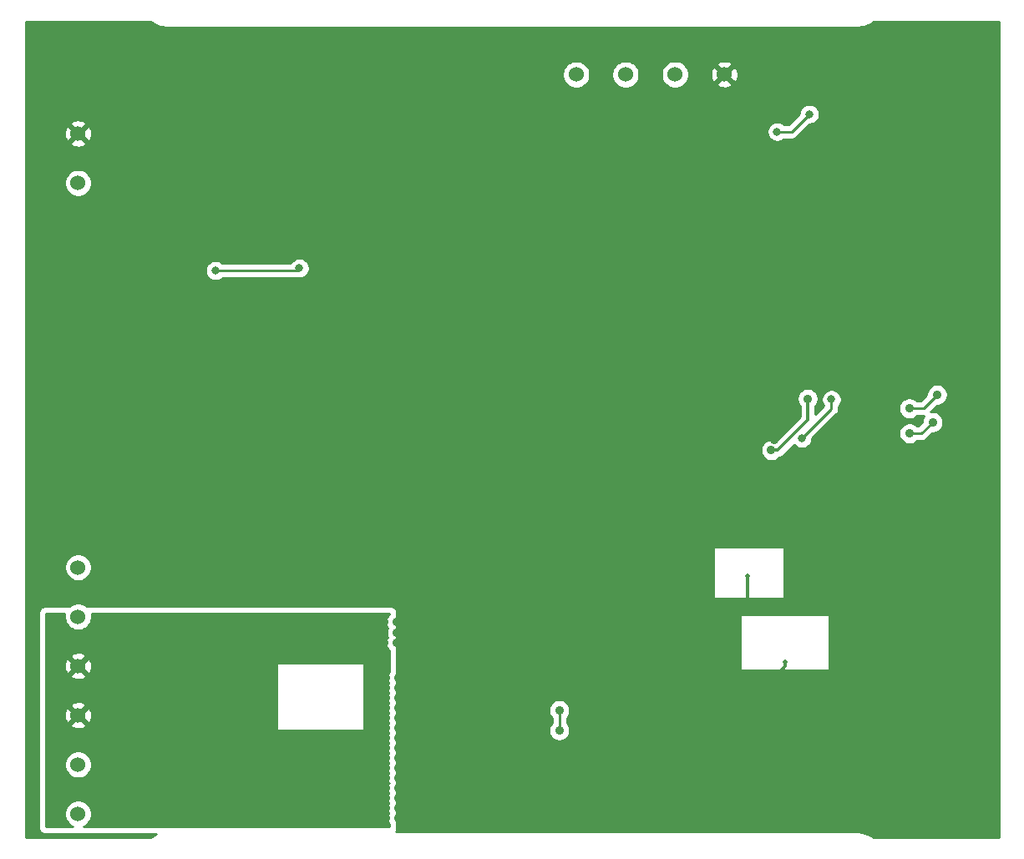
<source format=gbr>
G04 #@! TF.GenerationSoftware,KiCad,Pcbnew,5.1.5*
G04 #@! TF.CreationDate,2020-01-08T22:08:46+02:00*
G04 #@! TF.ProjectId,proto_II_assembly,70726f74-6f5f-4494-995f-617373656d62,rev?*
G04 #@! TF.SameCoordinates,Original*
G04 #@! TF.FileFunction,Copper,L2,Bot*
G04 #@! TF.FilePolarity,Positive*
%FSLAX46Y46*%
G04 Gerber Fmt 4.6, Leading zero omitted, Abs format (unit mm)*
G04 Created by KiCad (PCBNEW 5.1.5) date 2020-01-08 22:08:46*
%MOMM*%
%LPD*%
G04 APERTURE LIST*
G04 #@! TA.AperFunction,ComponentPad*
%ADD10C,1.524000*%
G04 #@! TD*
G04 #@! TA.AperFunction,ViaPad*
%ADD11C,0.900000*%
G04 #@! TD*
G04 #@! TA.AperFunction,ViaPad*
%ADD12C,0.800000*%
G04 #@! TD*
G04 #@! TA.AperFunction,ViaPad*
%ADD13C,0.500000*%
G04 #@! TD*
G04 #@! TA.AperFunction,Conductor*
%ADD14C,0.300000*%
G04 #@! TD*
G04 #@! TA.AperFunction,Conductor*
%ADD15C,0.250000*%
G04 #@! TD*
G04 #@! TA.AperFunction,Conductor*
%ADD16C,0.254000*%
G04 #@! TD*
G04 APERTURE END LIST*
D10*
G04 #@! TO.P,J2,2*
G04 #@! TO.N,/I2C1_SDA*
X99500000Y-45507800D03*
G04 #@! TO.P,J2,1*
G04 #@! TO.N,/I2C1_SCL*
X94500000Y-45507800D03*
G04 #@! TD*
G04 #@! TO.P,J7,2*
G04 #@! TO.N,GNDD*
X44000000Y-105500000D03*
G04 #@! TO.P,J7,1*
X44000000Y-110500000D03*
G04 #@! TD*
G04 #@! TO.P,J6,2*
G04 #@! TO.N,/RS485_B*
X44000000Y-115500000D03*
G04 #@! TO.P,J6,1*
X44000000Y-120500000D03*
G04 #@! TD*
G04 #@! TO.P,J5,2*
G04 #@! TO.N,/RS485_A*
X44000000Y-95500000D03*
G04 #@! TO.P,J5,1*
X44000000Y-100500000D03*
G04 #@! TD*
G04 #@! TO.P,J4,2*
G04 #@! TO.N,GND*
X44000000Y-51500000D03*
G04 #@! TO.P,J4,1*
G04 #@! TO.N,/power/Vin*
X44000000Y-56500000D03*
G04 #@! TD*
G04 #@! TO.P,J3,2*
G04 #@! TO.N,GND*
X109500000Y-45495100D03*
G04 #@! TO.P,J3,1*
G04 #@! TO.N,+5V*
X104500000Y-45495100D03*
G04 #@! TD*
D11*
G04 #@! TO.N,GND*
X76276200Y-101015800D03*
X76301600Y-102108000D03*
X76276200Y-103174800D03*
X60960000Y-76200000D03*
X68580000Y-76200000D03*
X76200000Y-76200000D03*
X45720000Y-76200000D03*
X76454000Y-108712000D03*
X76454000Y-109728000D03*
X76454000Y-110744000D03*
X76454000Y-111760000D03*
X76454000Y-112776000D03*
X76454000Y-114808000D03*
X76454000Y-116840000D03*
X76454000Y-118872000D03*
X76454000Y-120904000D03*
X76454000Y-106680000D03*
X76454000Y-107696000D03*
X100838000Y-74930000D03*
X102362000Y-74930000D03*
X104648000Y-74930000D03*
X107188000Y-74930000D03*
X112776000Y-75184000D03*
X121158000Y-74930000D03*
X123698000Y-75184000D03*
X114554000Y-82550000D03*
X109982000Y-88138000D03*
X113284000Y-86868000D03*
X127602800Y-93815600D03*
X83667600Y-61112400D03*
X78232000Y-63093600D03*
X115671600Y-74828400D03*
X55499000Y-75946000D03*
X53340000Y-75946000D03*
D12*
X55880000Y-43180000D03*
D11*
X60960000Y-43180000D03*
X66040000Y-43180000D03*
X71120000Y-43180000D03*
X76200000Y-43180000D03*
X81280000Y-43180000D03*
X86360000Y-43180000D03*
X127000000Y-53340000D03*
X132080000Y-58420000D03*
X45720000Y-81280000D03*
X53340000Y-81280000D03*
X60960000Y-81280000D03*
X68580000Y-81280000D03*
X76200000Y-81280000D03*
X45720000Y-86360000D03*
X53340000Y-86360000D03*
X60960000Y-86360000D03*
X76200000Y-86360000D03*
X76200000Y-91440000D03*
X68580000Y-91440000D03*
X60960000Y-91440000D03*
X134620000Y-111760000D03*
X129540000Y-111760000D03*
X124460000Y-111760000D03*
X124460000Y-116840000D03*
X129540000Y-116840000D03*
X134620000Y-116840000D03*
X134620000Y-121920000D03*
X129540000Y-121920000D03*
X124460000Y-121920000D03*
X119380000Y-121920000D03*
X119380000Y-116840000D03*
X83820000Y-81280000D03*
X83820000Y-86360000D03*
X83820000Y-91440000D03*
X83820000Y-76200000D03*
X83820000Y-71120000D03*
X88900000Y-71120000D03*
X93980000Y-71120000D03*
X93980000Y-66040000D03*
X53340000Y-91440000D03*
X45720000Y-91440000D03*
D12*
X68580000Y-96520000D03*
X60960000Y-96520000D03*
X76200000Y-96520000D03*
X83820000Y-96520000D03*
D11*
X117090640Y-74469440D03*
X126552122Y-78853848D03*
X125015034Y-80390936D03*
D12*
X97790000Y-76200000D03*
X97790000Y-81280000D03*
X109220000Y-53340000D03*
X114300000Y-53340000D03*
X96520000Y-50800000D03*
X88900000Y-53340000D03*
X86360000Y-55880000D03*
X134620000Y-106680000D03*
X50800000Y-43180000D03*
X45720000Y-43180000D03*
X40640000Y-43180000D03*
D11*
X99314000Y-59182000D03*
G04 #@! TO.N,+3V3*
X117957600Y-78384400D03*
X114274055Y-83613794D03*
G04 #@! TO.N,GNDD*
X75184000Y-107696000D03*
X75184000Y-108712000D03*
X75184000Y-109728000D03*
X75184000Y-110744000D03*
X75184000Y-111760000D03*
X75184000Y-112776000D03*
X75184000Y-114808000D03*
X75184000Y-116840000D03*
X75184000Y-118872000D03*
X75184000Y-120904000D03*
X75184000Y-106680000D03*
D12*
G04 #@! TO.N,/I2C1_SCL*
X120367713Y-78461851D03*
G04 #@! TO.N,/MODBUS_A7*
X114854587Y-51308000D03*
X118110000Y-49530000D03*
D13*
G04 #@! TO.N,GND*
X116000000Y-99000000D03*
X108000000Y-99000000D03*
X110000000Y-99000000D03*
X112000000Y-99000000D03*
X114000000Y-99000000D03*
X116000000Y-97000000D03*
X116000000Y-95000000D03*
X116000000Y-93000000D03*
X108000000Y-93000000D03*
X110000000Y-93000000D03*
X112000000Y-93000000D03*
X108000000Y-95000000D03*
X108000000Y-97000000D03*
X111900000Y-96400000D03*
X120750000Y-99000000D03*
X120750000Y-101000000D03*
X120750000Y-102750000D03*
X120750000Y-106250000D03*
X110750000Y-105000000D03*
X110750000Y-103250000D03*
X110750000Y-101500000D03*
X112000000Y-100000000D03*
X114000000Y-100000000D03*
X116000000Y-100000000D03*
X117000000Y-97000000D03*
X117000000Y-99000000D03*
X120750000Y-104500000D03*
X110750000Y-106250000D03*
X112750000Y-106250000D03*
X115000000Y-106250000D03*
X117000000Y-106250000D03*
X118750000Y-106250000D03*
X110750000Y-100000000D03*
X120750000Y-97000000D03*
X120750000Y-95000000D03*
X119500000Y-95000000D03*
X117000000Y-95000000D03*
X115700000Y-105100000D03*
D11*
X104450936Y-89783474D03*
X131699000Y-94742000D03*
X103784400Y-88354210D03*
X76454000Y-113792000D03*
X76454000Y-115824000D03*
X76454000Y-117919500D03*
X76454000Y-119888000D03*
X88102440Y-107081320D03*
X128905000Y-83820000D03*
X80766914Y-120296947D03*
X119380000Y-111760000D03*
X86360000Y-114300000D03*
X91440000Y-114300000D03*
X91440000Y-118110000D03*
X86360000Y-118110000D03*
X91440000Y-109220000D03*
X91440000Y-104140000D03*
X88900000Y-76200000D03*
X88900000Y-81280000D03*
X88900000Y-86360000D03*
X88900000Y-91440000D03*
X88900000Y-66040000D03*
X83820000Y-66040000D03*
X135890000Y-104140000D03*
X135890000Y-99060000D03*
X135890000Y-93980000D03*
X135890000Y-88900000D03*
X135890000Y-83820000D03*
X135890000Y-78740000D03*
X135890000Y-73660000D03*
X135890000Y-68580000D03*
X135890000Y-63500000D03*
X135890000Y-58420000D03*
X135890000Y-53340000D03*
X132080000Y-53340000D03*
X110490000Y-113030000D03*
X109220000Y-113030000D03*
X106680000Y-93980000D03*
X106680000Y-96520000D03*
X122174000Y-97790000D03*
X50800000Y-53340000D03*
X50800000Y-58420000D03*
X50800000Y-48260000D03*
X45720000Y-48260000D03*
X40640000Y-48260000D03*
X71120000Y-48260000D03*
X76200000Y-48260000D03*
X81280000Y-48260000D03*
X86360000Y-48260000D03*
X81280000Y-53340000D03*
X88900000Y-96520000D03*
X114300000Y-116840000D03*
X135890000Y-48260000D03*
X132080000Y-48260000D03*
X127000000Y-48260000D03*
X121920000Y-48260000D03*
X121920000Y-43180000D03*
X127000000Y-43180000D03*
X132080000Y-43180000D03*
X135890000Y-43180000D03*
X116840000Y-43180000D03*
X116840000Y-48260000D03*
X39370000Y-99060000D03*
X39370000Y-102870000D03*
X39370000Y-107950000D03*
X39370000Y-113030000D03*
X39370000Y-118110000D03*
X39370000Y-121920000D03*
X39370000Y-91440000D03*
X39370000Y-86360000D03*
X39370000Y-81280000D03*
X39370000Y-76200000D03*
X39370000Y-69850000D03*
X39370000Y-64770000D03*
X39370000Y-58420000D03*
X39370000Y-53340000D03*
X121920000Y-53340000D03*
X130810000Y-62230000D03*
X132080000Y-72390000D03*
X128270000Y-74930000D03*
G04 #@! TO.N,GNDD*
X75184000Y-113792000D03*
X75184000Y-115824000D03*
X75184000Y-117856000D03*
X75184000Y-119888000D03*
X62865000Y-118745000D03*
X62865000Y-116840000D03*
X60960000Y-116840000D03*
X64770000Y-116840000D03*
X64770000Y-118745000D03*
X60960000Y-114935000D03*
X60960000Y-113030000D03*
X60960000Y-111125000D03*
X60960000Y-109220000D03*
X60960000Y-107315000D03*
X67310000Y-104140000D03*
X69215000Y-104140000D03*
X71120000Y-104140000D03*
X64770000Y-113030000D03*
X66675000Y-113030000D03*
X66675000Y-114935000D03*
X75006200Y-103174800D03*
X75006200Y-102108000D03*
X75006200Y-101041200D03*
D12*
G04 #@! TO.N,/I2C1_SCL*
X117382103Y-82393612D03*
D11*
G04 #@! TO.N,/DE~RE*
X92773500Y-109982000D03*
X92773500Y-112014000D03*
G04 #@! TO.N,/UART3_RX*
X128256990Y-79375000D03*
X131082521Y-77978000D03*
G04 #@! TO.N,/UART3_TX*
X128270000Y-81915000D03*
X130619500Y-80772000D03*
D12*
G04 #@! TO.N,Net-(C20-Pad2)*
X57912000Y-65405000D03*
X66421000Y-65151000D03*
G04 #@! TD*
D14*
G04 #@! TO.N,+3V3*
X117957600Y-80566645D02*
X114910451Y-83613794D01*
X114910451Y-83613794D02*
X114274055Y-83613794D01*
X117957600Y-78384400D02*
X117957600Y-80566645D01*
D15*
G04 #@! TO.N,/MODBUS_A7*
X116332000Y-51308000D02*
X118110000Y-49530000D01*
X114854587Y-51308000D02*
X116332000Y-51308000D01*
D14*
G04 #@! TO.N,GND*
X111900000Y-98900000D02*
X112000000Y-99000000D01*
X111900000Y-96400000D02*
X111900000Y-98900000D01*
X115700000Y-105550000D02*
X115000000Y-106250000D01*
X115700000Y-105100000D02*
X115700000Y-105550000D01*
D15*
G04 #@! TO.N,/I2C1_SCL*
X120367713Y-78461851D02*
X120367713Y-79408002D01*
X120367713Y-79408002D02*
X117382103Y-82393612D01*
G04 #@! TO.N,/DE~RE*
X92773500Y-109982000D02*
X92773500Y-112014000D01*
X92773500Y-112014000D02*
X92773500Y-112077500D01*
G04 #@! TO.N,/UART3_RX*
X129685521Y-79375000D02*
X131082521Y-77978000D01*
X128256990Y-79375000D02*
X129685521Y-79375000D01*
G04 #@! TO.N,/UART3_TX*
X128270000Y-81915000D02*
X129476500Y-81915000D01*
X129476500Y-81915000D02*
X130619500Y-80772000D01*
G04 #@! TO.N,Net-(C20-Pad2)*
X57912000Y-65405000D02*
X66167000Y-65405000D01*
X66167000Y-65405000D02*
X66421000Y-65151000D01*
G04 #@! TD*
D16*
G04 #@! TO.N,GNDD*
G36*
X42603000Y-100362408D02*
G01*
X42603000Y-100637592D01*
X42656686Y-100907490D01*
X42761995Y-101161727D01*
X42914880Y-101390535D01*
X43109465Y-101585120D01*
X43338273Y-101738005D01*
X43592510Y-101843314D01*
X43862408Y-101897000D01*
X44137592Y-101897000D01*
X44407490Y-101843314D01*
X44661727Y-101738005D01*
X44890535Y-101585120D01*
X45085120Y-101390535D01*
X45238005Y-101161727D01*
X45343314Y-100907490D01*
X45397000Y-100637592D01*
X45397000Y-100362408D01*
X45365292Y-100203000D01*
X75554578Y-100203000D01*
X75433425Y-100324153D01*
X75314685Y-100501860D01*
X75232896Y-100699317D01*
X75191200Y-100908937D01*
X75191200Y-101122663D01*
X75232896Y-101332283D01*
X75314685Y-101529740D01*
X75348874Y-101580907D01*
X75340085Y-101594060D01*
X75258296Y-101791517D01*
X75216600Y-102001137D01*
X75216600Y-102214863D01*
X75258296Y-102424483D01*
X75340085Y-102621940D01*
X75340388Y-102622393D01*
X75314685Y-102660860D01*
X75232896Y-102858317D01*
X75191200Y-103067937D01*
X75191200Y-103281663D01*
X75232896Y-103491283D01*
X75314685Y-103688740D01*
X75433425Y-103866447D01*
X75565000Y-103998022D01*
X75565000Y-106057534D01*
X75492485Y-106166060D01*
X75410696Y-106363517D01*
X75369000Y-106573137D01*
X75369000Y-106786863D01*
X75410696Y-106996483D01*
X75490025Y-107188000D01*
X75410696Y-107379517D01*
X75369000Y-107589137D01*
X75369000Y-107802863D01*
X75410696Y-108012483D01*
X75490025Y-108204000D01*
X75410696Y-108395517D01*
X75369000Y-108605137D01*
X75369000Y-108818863D01*
X75410696Y-109028483D01*
X75490025Y-109220000D01*
X75410696Y-109411517D01*
X75369000Y-109621137D01*
X75369000Y-109834863D01*
X75410696Y-110044483D01*
X75490025Y-110236000D01*
X75410696Y-110427517D01*
X75369000Y-110637137D01*
X75369000Y-110850863D01*
X75410696Y-111060483D01*
X75490025Y-111252000D01*
X75410696Y-111443517D01*
X75369000Y-111653137D01*
X75369000Y-111866863D01*
X75410696Y-112076483D01*
X75490025Y-112268000D01*
X75410696Y-112459517D01*
X75369000Y-112669137D01*
X75369000Y-112882863D01*
X75410696Y-113092483D01*
X75490025Y-113284000D01*
X75410696Y-113475517D01*
X75369000Y-113685137D01*
X75369000Y-113898863D01*
X75410696Y-114108483D01*
X75490025Y-114300000D01*
X75410696Y-114491517D01*
X75369000Y-114701137D01*
X75369000Y-114914863D01*
X75410696Y-115124483D01*
X75490025Y-115316000D01*
X75410696Y-115507517D01*
X75369000Y-115717137D01*
X75369000Y-115930863D01*
X75410696Y-116140483D01*
X75490025Y-116332000D01*
X75410696Y-116523517D01*
X75369000Y-116733137D01*
X75369000Y-116946863D01*
X75410696Y-117156483D01*
X75492485Y-117353940D01*
X75509731Y-117379750D01*
X75492485Y-117405560D01*
X75410696Y-117603017D01*
X75369000Y-117812637D01*
X75369000Y-118026363D01*
X75410696Y-118235983D01*
X75476873Y-118395750D01*
X75410696Y-118555517D01*
X75369000Y-118765137D01*
X75369000Y-118978863D01*
X75410696Y-119188483D01*
X75490025Y-119380000D01*
X75410696Y-119571517D01*
X75369000Y-119781137D01*
X75369000Y-119994863D01*
X75410696Y-120204483D01*
X75490025Y-120396000D01*
X75410696Y-120587517D01*
X75369000Y-120797137D01*
X75369000Y-121010863D01*
X75410696Y-121220483D01*
X75492485Y-121417940D01*
X75565000Y-121526466D01*
X75565000Y-121793000D01*
X44528958Y-121793000D01*
X44661727Y-121738005D01*
X44890535Y-121585120D01*
X45085120Y-121390535D01*
X45238005Y-121161727D01*
X45343314Y-120907490D01*
X45397000Y-120637592D01*
X45397000Y-120362408D01*
X45343314Y-120092510D01*
X45238005Y-119838273D01*
X45085120Y-119609465D01*
X44890535Y-119414880D01*
X44661727Y-119261995D01*
X44407490Y-119156686D01*
X44137592Y-119103000D01*
X43862408Y-119103000D01*
X43592510Y-119156686D01*
X43338273Y-119261995D01*
X43109465Y-119414880D01*
X42914880Y-119609465D01*
X42761995Y-119838273D01*
X42656686Y-120092510D01*
X42603000Y-120362408D01*
X42603000Y-120637592D01*
X42656686Y-120907490D01*
X42761995Y-121161727D01*
X42914880Y-121390535D01*
X43109465Y-121585120D01*
X43338273Y-121738005D01*
X43471042Y-121793000D01*
X40767000Y-121793000D01*
X40767000Y-115362408D01*
X42603000Y-115362408D01*
X42603000Y-115637592D01*
X42656686Y-115907490D01*
X42761995Y-116161727D01*
X42914880Y-116390535D01*
X43109465Y-116585120D01*
X43338273Y-116738005D01*
X43592510Y-116843314D01*
X43862408Y-116897000D01*
X44137592Y-116897000D01*
X44407490Y-116843314D01*
X44661727Y-116738005D01*
X44890535Y-116585120D01*
X45085120Y-116390535D01*
X45238005Y-116161727D01*
X45343314Y-115907490D01*
X45397000Y-115637592D01*
X45397000Y-115362408D01*
X45343314Y-115092510D01*
X45238005Y-114838273D01*
X45085120Y-114609465D01*
X44890535Y-114414880D01*
X44661727Y-114261995D01*
X44407490Y-114156686D01*
X44137592Y-114103000D01*
X43862408Y-114103000D01*
X43592510Y-114156686D01*
X43338273Y-114261995D01*
X43109465Y-114414880D01*
X42914880Y-114609465D01*
X42761995Y-114838273D01*
X42656686Y-115092510D01*
X42603000Y-115362408D01*
X40767000Y-115362408D01*
X40767000Y-111465565D01*
X43214040Y-111465565D01*
X43281020Y-111705656D01*
X43530048Y-111822756D01*
X43797135Y-111889023D01*
X44072017Y-111901910D01*
X44344133Y-111860922D01*
X44603023Y-111767636D01*
X44718980Y-111705656D01*
X44785960Y-111465565D01*
X44000000Y-110679605D01*
X43214040Y-111465565D01*
X40767000Y-111465565D01*
X40767000Y-110572017D01*
X42598090Y-110572017D01*
X42639078Y-110844133D01*
X42732364Y-111103023D01*
X42794344Y-111218980D01*
X43034435Y-111285960D01*
X43820395Y-110500000D01*
X44179605Y-110500000D01*
X44965565Y-111285960D01*
X45205656Y-111218980D01*
X45322756Y-110969952D01*
X45389023Y-110702865D01*
X45401910Y-110427983D01*
X45360922Y-110155867D01*
X45267636Y-109896977D01*
X45205656Y-109781020D01*
X44965565Y-109714040D01*
X44179605Y-110500000D01*
X43820395Y-110500000D01*
X43034435Y-109714040D01*
X42794344Y-109781020D01*
X42677244Y-110030048D01*
X42610977Y-110297135D01*
X42598090Y-110572017D01*
X40767000Y-110572017D01*
X40767000Y-109534435D01*
X43214040Y-109534435D01*
X44000000Y-110320395D01*
X44785960Y-109534435D01*
X44718980Y-109294344D01*
X44469952Y-109177244D01*
X44202865Y-109110977D01*
X43927983Y-109098090D01*
X43655867Y-109139078D01*
X43396977Y-109232364D01*
X43281020Y-109294344D01*
X43214040Y-109534435D01*
X40767000Y-109534435D01*
X40767000Y-106465565D01*
X43214040Y-106465565D01*
X43281020Y-106705656D01*
X43530048Y-106822756D01*
X43797135Y-106889023D01*
X44072017Y-106901910D01*
X44344133Y-106860922D01*
X44603023Y-106767636D01*
X44718980Y-106705656D01*
X44785960Y-106465565D01*
X44000000Y-105679605D01*
X43214040Y-106465565D01*
X40767000Y-106465565D01*
X40767000Y-105572017D01*
X42598090Y-105572017D01*
X42639078Y-105844133D01*
X42732364Y-106103023D01*
X42794344Y-106218980D01*
X43034435Y-106285960D01*
X43820395Y-105500000D01*
X44179605Y-105500000D01*
X44965565Y-106285960D01*
X45205656Y-106218980D01*
X45322756Y-105969952D01*
X45389023Y-105702865D01*
X45401910Y-105427983D01*
X45380072Y-105283000D01*
X64071500Y-105283000D01*
X64071500Y-111950500D01*
X64073940Y-111975276D01*
X64081167Y-111999101D01*
X64092903Y-112021057D01*
X64108697Y-112040303D01*
X64127943Y-112056097D01*
X64149899Y-112067833D01*
X64173724Y-112075060D01*
X64198500Y-112077500D01*
X72834500Y-112077500D01*
X72859276Y-112075060D01*
X72883101Y-112067833D01*
X72905057Y-112056097D01*
X72924303Y-112040303D01*
X72940097Y-112021057D01*
X72951833Y-111999101D01*
X72959060Y-111975276D01*
X72961500Y-111950500D01*
X72961500Y-105283000D01*
X72959060Y-105258224D01*
X72951833Y-105234399D01*
X72940097Y-105212443D01*
X72924303Y-105193197D01*
X72905057Y-105177403D01*
X72883101Y-105165667D01*
X72859276Y-105158440D01*
X72834500Y-105156000D01*
X64198500Y-105156000D01*
X64173724Y-105158440D01*
X64149899Y-105165667D01*
X64127943Y-105177403D01*
X64108697Y-105193197D01*
X64092903Y-105212443D01*
X64081167Y-105234399D01*
X64073940Y-105258224D01*
X64071500Y-105283000D01*
X45380072Y-105283000D01*
X45360922Y-105155867D01*
X45267636Y-104896977D01*
X45205656Y-104781020D01*
X44965565Y-104714040D01*
X44179605Y-105500000D01*
X43820395Y-105500000D01*
X43034435Y-104714040D01*
X42794344Y-104781020D01*
X42677244Y-105030048D01*
X42610977Y-105297135D01*
X42598090Y-105572017D01*
X40767000Y-105572017D01*
X40767000Y-104534435D01*
X43214040Y-104534435D01*
X44000000Y-105320395D01*
X44785960Y-104534435D01*
X44718980Y-104294344D01*
X44469952Y-104177244D01*
X44202865Y-104110977D01*
X43927983Y-104098090D01*
X43655867Y-104139078D01*
X43396977Y-104232364D01*
X43281020Y-104294344D01*
X43214040Y-104534435D01*
X40767000Y-104534435D01*
X40767000Y-100203000D01*
X42634708Y-100203000D01*
X42603000Y-100362408D01*
G37*
X42603000Y-100362408D02*
X42603000Y-100637592D01*
X42656686Y-100907490D01*
X42761995Y-101161727D01*
X42914880Y-101390535D01*
X43109465Y-101585120D01*
X43338273Y-101738005D01*
X43592510Y-101843314D01*
X43862408Y-101897000D01*
X44137592Y-101897000D01*
X44407490Y-101843314D01*
X44661727Y-101738005D01*
X44890535Y-101585120D01*
X45085120Y-101390535D01*
X45238005Y-101161727D01*
X45343314Y-100907490D01*
X45397000Y-100637592D01*
X45397000Y-100362408D01*
X45365292Y-100203000D01*
X75554578Y-100203000D01*
X75433425Y-100324153D01*
X75314685Y-100501860D01*
X75232896Y-100699317D01*
X75191200Y-100908937D01*
X75191200Y-101122663D01*
X75232896Y-101332283D01*
X75314685Y-101529740D01*
X75348874Y-101580907D01*
X75340085Y-101594060D01*
X75258296Y-101791517D01*
X75216600Y-102001137D01*
X75216600Y-102214863D01*
X75258296Y-102424483D01*
X75340085Y-102621940D01*
X75340388Y-102622393D01*
X75314685Y-102660860D01*
X75232896Y-102858317D01*
X75191200Y-103067937D01*
X75191200Y-103281663D01*
X75232896Y-103491283D01*
X75314685Y-103688740D01*
X75433425Y-103866447D01*
X75565000Y-103998022D01*
X75565000Y-106057534D01*
X75492485Y-106166060D01*
X75410696Y-106363517D01*
X75369000Y-106573137D01*
X75369000Y-106786863D01*
X75410696Y-106996483D01*
X75490025Y-107188000D01*
X75410696Y-107379517D01*
X75369000Y-107589137D01*
X75369000Y-107802863D01*
X75410696Y-108012483D01*
X75490025Y-108204000D01*
X75410696Y-108395517D01*
X75369000Y-108605137D01*
X75369000Y-108818863D01*
X75410696Y-109028483D01*
X75490025Y-109220000D01*
X75410696Y-109411517D01*
X75369000Y-109621137D01*
X75369000Y-109834863D01*
X75410696Y-110044483D01*
X75490025Y-110236000D01*
X75410696Y-110427517D01*
X75369000Y-110637137D01*
X75369000Y-110850863D01*
X75410696Y-111060483D01*
X75490025Y-111252000D01*
X75410696Y-111443517D01*
X75369000Y-111653137D01*
X75369000Y-111866863D01*
X75410696Y-112076483D01*
X75490025Y-112268000D01*
X75410696Y-112459517D01*
X75369000Y-112669137D01*
X75369000Y-112882863D01*
X75410696Y-113092483D01*
X75490025Y-113284000D01*
X75410696Y-113475517D01*
X75369000Y-113685137D01*
X75369000Y-113898863D01*
X75410696Y-114108483D01*
X75490025Y-114300000D01*
X75410696Y-114491517D01*
X75369000Y-114701137D01*
X75369000Y-114914863D01*
X75410696Y-115124483D01*
X75490025Y-115316000D01*
X75410696Y-115507517D01*
X75369000Y-115717137D01*
X75369000Y-115930863D01*
X75410696Y-116140483D01*
X75490025Y-116332000D01*
X75410696Y-116523517D01*
X75369000Y-116733137D01*
X75369000Y-116946863D01*
X75410696Y-117156483D01*
X75492485Y-117353940D01*
X75509731Y-117379750D01*
X75492485Y-117405560D01*
X75410696Y-117603017D01*
X75369000Y-117812637D01*
X75369000Y-118026363D01*
X75410696Y-118235983D01*
X75476873Y-118395750D01*
X75410696Y-118555517D01*
X75369000Y-118765137D01*
X75369000Y-118978863D01*
X75410696Y-119188483D01*
X75490025Y-119380000D01*
X75410696Y-119571517D01*
X75369000Y-119781137D01*
X75369000Y-119994863D01*
X75410696Y-120204483D01*
X75490025Y-120396000D01*
X75410696Y-120587517D01*
X75369000Y-120797137D01*
X75369000Y-121010863D01*
X75410696Y-121220483D01*
X75492485Y-121417940D01*
X75565000Y-121526466D01*
X75565000Y-121793000D01*
X44528958Y-121793000D01*
X44661727Y-121738005D01*
X44890535Y-121585120D01*
X45085120Y-121390535D01*
X45238005Y-121161727D01*
X45343314Y-120907490D01*
X45397000Y-120637592D01*
X45397000Y-120362408D01*
X45343314Y-120092510D01*
X45238005Y-119838273D01*
X45085120Y-119609465D01*
X44890535Y-119414880D01*
X44661727Y-119261995D01*
X44407490Y-119156686D01*
X44137592Y-119103000D01*
X43862408Y-119103000D01*
X43592510Y-119156686D01*
X43338273Y-119261995D01*
X43109465Y-119414880D01*
X42914880Y-119609465D01*
X42761995Y-119838273D01*
X42656686Y-120092510D01*
X42603000Y-120362408D01*
X42603000Y-120637592D01*
X42656686Y-120907490D01*
X42761995Y-121161727D01*
X42914880Y-121390535D01*
X43109465Y-121585120D01*
X43338273Y-121738005D01*
X43471042Y-121793000D01*
X40767000Y-121793000D01*
X40767000Y-115362408D01*
X42603000Y-115362408D01*
X42603000Y-115637592D01*
X42656686Y-115907490D01*
X42761995Y-116161727D01*
X42914880Y-116390535D01*
X43109465Y-116585120D01*
X43338273Y-116738005D01*
X43592510Y-116843314D01*
X43862408Y-116897000D01*
X44137592Y-116897000D01*
X44407490Y-116843314D01*
X44661727Y-116738005D01*
X44890535Y-116585120D01*
X45085120Y-116390535D01*
X45238005Y-116161727D01*
X45343314Y-115907490D01*
X45397000Y-115637592D01*
X45397000Y-115362408D01*
X45343314Y-115092510D01*
X45238005Y-114838273D01*
X45085120Y-114609465D01*
X44890535Y-114414880D01*
X44661727Y-114261995D01*
X44407490Y-114156686D01*
X44137592Y-114103000D01*
X43862408Y-114103000D01*
X43592510Y-114156686D01*
X43338273Y-114261995D01*
X43109465Y-114414880D01*
X42914880Y-114609465D01*
X42761995Y-114838273D01*
X42656686Y-115092510D01*
X42603000Y-115362408D01*
X40767000Y-115362408D01*
X40767000Y-111465565D01*
X43214040Y-111465565D01*
X43281020Y-111705656D01*
X43530048Y-111822756D01*
X43797135Y-111889023D01*
X44072017Y-111901910D01*
X44344133Y-111860922D01*
X44603023Y-111767636D01*
X44718980Y-111705656D01*
X44785960Y-111465565D01*
X44000000Y-110679605D01*
X43214040Y-111465565D01*
X40767000Y-111465565D01*
X40767000Y-110572017D01*
X42598090Y-110572017D01*
X42639078Y-110844133D01*
X42732364Y-111103023D01*
X42794344Y-111218980D01*
X43034435Y-111285960D01*
X43820395Y-110500000D01*
X44179605Y-110500000D01*
X44965565Y-111285960D01*
X45205656Y-111218980D01*
X45322756Y-110969952D01*
X45389023Y-110702865D01*
X45401910Y-110427983D01*
X45360922Y-110155867D01*
X45267636Y-109896977D01*
X45205656Y-109781020D01*
X44965565Y-109714040D01*
X44179605Y-110500000D01*
X43820395Y-110500000D01*
X43034435Y-109714040D01*
X42794344Y-109781020D01*
X42677244Y-110030048D01*
X42610977Y-110297135D01*
X42598090Y-110572017D01*
X40767000Y-110572017D01*
X40767000Y-109534435D01*
X43214040Y-109534435D01*
X44000000Y-110320395D01*
X44785960Y-109534435D01*
X44718980Y-109294344D01*
X44469952Y-109177244D01*
X44202865Y-109110977D01*
X43927983Y-109098090D01*
X43655867Y-109139078D01*
X43396977Y-109232364D01*
X43281020Y-109294344D01*
X43214040Y-109534435D01*
X40767000Y-109534435D01*
X40767000Y-106465565D01*
X43214040Y-106465565D01*
X43281020Y-106705656D01*
X43530048Y-106822756D01*
X43797135Y-106889023D01*
X44072017Y-106901910D01*
X44344133Y-106860922D01*
X44603023Y-106767636D01*
X44718980Y-106705656D01*
X44785960Y-106465565D01*
X44000000Y-105679605D01*
X43214040Y-106465565D01*
X40767000Y-106465565D01*
X40767000Y-105572017D01*
X42598090Y-105572017D01*
X42639078Y-105844133D01*
X42732364Y-106103023D01*
X42794344Y-106218980D01*
X43034435Y-106285960D01*
X43820395Y-105500000D01*
X44179605Y-105500000D01*
X44965565Y-106285960D01*
X45205656Y-106218980D01*
X45322756Y-105969952D01*
X45389023Y-105702865D01*
X45401910Y-105427983D01*
X45380072Y-105283000D01*
X64071500Y-105283000D01*
X64071500Y-111950500D01*
X64073940Y-111975276D01*
X64081167Y-111999101D01*
X64092903Y-112021057D01*
X64108697Y-112040303D01*
X64127943Y-112056097D01*
X64149899Y-112067833D01*
X64173724Y-112075060D01*
X64198500Y-112077500D01*
X72834500Y-112077500D01*
X72859276Y-112075060D01*
X72883101Y-112067833D01*
X72905057Y-112056097D01*
X72924303Y-112040303D01*
X72940097Y-112021057D01*
X72951833Y-111999101D01*
X72959060Y-111975276D01*
X72961500Y-111950500D01*
X72961500Y-105283000D01*
X72959060Y-105258224D01*
X72951833Y-105234399D01*
X72940097Y-105212443D01*
X72924303Y-105193197D01*
X72905057Y-105177403D01*
X72883101Y-105165667D01*
X72859276Y-105158440D01*
X72834500Y-105156000D01*
X64198500Y-105156000D01*
X64173724Y-105158440D01*
X64149899Y-105165667D01*
X64127943Y-105177403D01*
X64108697Y-105193197D01*
X64092903Y-105212443D01*
X64081167Y-105234399D01*
X64073940Y-105258224D01*
X64071500Y-105283000D01*
X45380072Y-105283000D01*
X45360922Y-105155867D01*
X45267636Y-104896977D01*
X45205656Y-104781020D01*
X44965565Y-104714040D01*
X44179605Y-105500000D01*
X43820395Y-105500000D01*
X43034435Y-104714040D01*
X42794344Y-104781020D01*
X42677244Y-105030048D01*
X42610977Y-105297135D01*
X42598090Y-105572017D01*
X40767000Y-105572017D01*
X40767000Y-104534435D01*
X43214040Y-104534435D01*
X44000000Y-105320395D01*
X44785960Y-104534435D01*
X44718980Y-104294344D01*
X44469952Y-104177244D01*
X44202865Y-104110977D01*
X43927983Y-104098090D01*
X43655867Y-104139078D01*
X43396977Y-104232364D01*
X43281020Y-104294344D01*
X43214040Y-104534435D01*
X40767000Y-104534435D01*
X40767000Y-100203000D01*
X42634708Y-100203000D01*
X42603000Y-100362408D01*
G04 #@! TO.N,GND*
G36*
X51460276Y-40246679D02*
G01*
X51512005Y-40281047D01*
X51563215Y-40316111D01*
X51571628Y-40320661D01*
X51916270Y-40503910D01*
X51973636Y-40527555D01*
X52030736Y-40552028D01*
X52039873Y-40554856D01*
X52413544Y-40667674D01*
X52474469Y-40679737D01*
X52535174Y-40692641D01*
X52544686Y-40693641D01*
X52933155Y-40731731D01*
X52933163Y-40731731D01*
X52966353Y-40735000D01*
X123033646Y-40735000D01*
X123063644Y-40732045D01*
X123076046Y-40732132D01*
X123085564Y-40731198D01*
X123473757Y-40690397D01*
X123534538Y-40677920D01*
X123595559Y-40666280D01*
X123604715Y-40663516D01*
X123977590Y-40548092D01*
X124034869Y-40524014D01*
X124092387Y-40500775D01*
X124100832Y-40496286D01*
X124444187Y-40310634D01*
X124495634Y-40275932D01*
X124547609Y-40241921D01*
X124555021Y-40235876D01*
X124686629Y-40127000D01*
X137314999Y-40127000D01*
X137315000Y-122873000D01*
X124625156Y-122873000D01*
X124539721Y-122803321D01*
X124488021Y-122768971D01*
X124436783Y-122733888D01*
X124428377Y-122729343D01*
X124428369Y-122729338D01*
X124428361Y-122729335D01*
X124083727Y-122546090D01*
X124026343Y-122522438D01*
X123969265Y-122497974D01*
X123960128Y-122495146D01*
X123960130Y-122495146D01*
X123960122Y-122495144D01*
X123586456Y-122382327D01*
X123525563Y-122370269D01*
X123464823Y-122357359D01*
X123455315Y-122356359D01*
X123455311Y-122356359D01*
X123067979Y-122318382D01*
X123033647Y-122315000D01*
X76185340Y-122315000D01*
X76219983Y-122272787D01*
X76278664Y-122163004D01*
X76314799Y-122043882D01*
X76327000Y-121920000D01*
X76327000Y-109875137D01*
X91688500Y-109875137D01*
X91688500Y-110088863D01*
X91730196Y-110298483D01*
X91811985Y-110495940D01*
X91930725Y-110673647D01*
X92013500Y-110756422D01*
X92013501Y-111239577D01*
X91930725Y-111322353D01*
X91811985Y-111500060D01*
X91730196Y-111697517D01*
X91688500Y-111907137D01*
X91688500Y-112120863D01*
X91730196Y-112330483D01*
X91811985Y-112527940D01*
X91930725Y-112705647D01*
X92081853Y-112856775D01*
X92259560Y-112975515D01*
X92457017Y-113057304D01*
X92666637Y-113099000D01*
X92880363Y-113099000D01*
X93089983Y-113057304D01*
X93287440Y-112975515D01*
X93465147Y-112856775D01*
X93616275Y-112705647D01*
X93735015Y-112527940D01*
X93816804Y-112330483D01*
X93858500Y-112120863D01*
X93858500Y-111907137D01*
X93816804Y-111697517D01*
X93735015Y-111500060D01*
X93616275Y-111322353D01*
X93533500Y-111239578D01*
X93533500Y-110756422D01*
X93616275Y-110673647D01*
X93735015Y-110495940D01*
X93816804Y-110298483D01*
X93858500Y-110088863D01*
X93858500Y-109875137D01*
X93816804Y-109665517D01*
X93735015Y-109468060D01*
X93616275Y-109290353D01*
X93465147Y-109139225D01*
X93287440Y-109020485D01*
X93089983Y-108938696D01*
X92880363Y-108897000D01*
X92666637Y-108897000D01*
X92457017Y-108938696D01*
X92259560Y-109020485D01*
X92081853Y-109139225D01*
X91930725Y-109290353D01*
X91811985Y-109468060D01*
X91730196Y-109665517D01*
X91688500Y-109875137D01*
X76327000Y-109875137D01*
X76327000Y-100400000D01*
X111073000Y-100400000D01*
X111073000Y-105800000D01*
X111075440Y-105824776D01*
X111082667Y-105848601D01*
X111094403Y-105870557D01*
X111110197Y-105889803D01*
X111129443Y-105905597D01*
X111151399Y-105917333D01*
X111175224Y-105924560D01*
X111200000Y-105927000D01*
X120000000Y-105927000D01*
X120024776Y-105924560D01*
X120048601Y-105917333D01*
X120070557Y-105905597D01*
X120089803Y-105889803D01*
X120105597Y-105870557D01*
X120117333Y-105848601D01*
X120124560Y-105824776D01*
X120127000Y-105800000D01*
X120127000Y-100400000D01*
X120124560Y-100375224D01*
X120117333Y-100351399D01*
X120105597Y-100329443D01*
X120089803Y-100310197D01*
X120070557Y-100294403D01*
X120048601Y-100282667D01*
X120024776Y-100275440D01*
X120000000Y-100273000D01*
X111200000Y-100273000D01*
X111175224Y-100275440D01*
X111151399Y-100282667D01*
X111129443Y-100294403D01*
X111110197Y-100310197D01*
X111094403Y-100329443D01*
X111082667Y-100351399D01*
X111075440Y-100375224D01*
X111073000Y-100400000D01*
X76327000Y-100400000D01*
X76327000Y-100076000D01*
X76314799Y-99952118D01*
X76278664Y-99832996D01*
X76219983Y-99723213D01*
X76141013Y-99626987D01*
X76044787Y-99548017D01*
X75935004Y-99489336D01*
X75815882Y-99453201D01*
X75692000Y-99441000D01*
X44916655Y-99441000D01*
X44890535Y-99414880D01*
X44661727Y-99261995D01*
X44407490Y-99156686D01*
X44137592Y-99103000D01*
X43862408Y-99103000D01*
X43592510Y-99156686D01*
X43338273Y-99261995D01*
X43109465Y-99414880D01*
X43083345Y-99441000D01*
X40640000Y-99441000D01*
X40516118Y-99453201D01*
X40396996Y-99489336D01*
X40287213Y-99548017D01*
X40190987Y-99626987D01*
X40112017Y-99723213D01*
X40053336Y-99832996D01*
X40017201Y-99952118D01*
X40005000Y-100076000D01*
X40005000Y-121920000D01*
X40017201Y-122043882D01*
X40053336Y-122163004D01*
X40112017Y-122272787D01*
X40190987Y-122369013D01*
X40287213Y-122447983D01*
X40396996Y-122506664D01*
X40516118Y-122542799D01*
X40640000Y-122555000D01*
X51896788Y-122555000D01*
X51555811Y-122739366D01*
X51504339Y-122774084D01*
X51452390Y-122808079D01*
X51444979Y-122814123D01*
X51373809Y-122873000D01*
X38685000Y-122873000D01*
X38685000Y-95362408D01*
X42603000Y-95362408D01*
X42603000Y-95637592D01*
X42656686Y-95907490D01*
X42761995Y-96161727D01*
X42914880Y-96390535D01*
X43109465Y-96585120D01*
X43338273Y-96738005D01*
X43592510Y-96843314D01*
X43862408Y-96897000D01*
X44137592Y-96897000D01*
X44407490Y-96843314D01*
X44661727Y-96738005D01*
X44890535Y-96585120D01*
X45085120Y-96390535D01*
X45238005Y-96161727D01*
X45343314Y-95907490D01*
X45397000Y-95637592D01*
X45397000Y-95362408D01*
X45343314Y-95092510D01*
X45238005Y-94838273D01*
X45085120Y-94609465D01*
X44890535Y-94414880D01*
X44661727Y-94261995D01*
X44407490Y-94156686D01*
X44137592Y-94103000D01*
X43862408Y-94103000D01*
X43592510Y-94156686D01*
X43338273Y-94261995D01*
X43109465Y-94414880D01*
X42914880Y-94609465D01*
X42761995Y-94838273D01*
X42656686Y-95092510D01*
X42603000Y-95362408D01*
X38685000Y-95362408D01*
X38685000Y-93500000D01*
X108373000Y-93500000D01*
X108373000Y-98500000D01*
X108375440Y-98524776D01*
X108382667Y-98548601D01*
X108394403Y-98570557D01*
X108410197Y-98589803D01*
X108429443Y-98605597D01*
X108451399Y-98617333D01*
X108475224Y-98624560D01*
X108500000Y-98627000D01*
X115500000Y-98627000D01*
X115524776Y-98624560D01*
X115548601Y-98617333D01*
X115570557Y-98605597D01*
X115589803Y-98589803D01*
X115605597Y-98570557D01*
X115617333Y-98548601D01*
X115624560Y-98524776D01*
X115627000Y-98500000D01*
X115627000Y-93500000D01*
X115624560Y-93475224D01*
X115617333Y-93451399D01*
X115605597Y-93429443D01*
X115589803Y-93410197D01*
X115570557Y-93394403D01*
X115548601Y-93382667D01*
X115524776Y-93375440D01*
X115500000Y-93373000D01*
X108500000Y-93373000D01*
X108475224Y-93375440D01*
X108451399Y-93382667D01*
X108429443Y-93394403D01*
X108410197Y-93410197D01*
X108394403Y-93429443D01*
X108382667Y-93451399D01*
X108375440Y-93475224D01*
X108373000Y-93500000D01*
X38685000Y-93500000D01*
X38685000Y-83506931D01*
X113189055Y-83506931D01*
X113189055Y-83720657D01*
X113230751Y-83930277D01*
X113312540Y-84127734D01*
X113431280Y-84305441D01*
X113582408Y-84456569D01*
X113760115Y-84575309D01*
X113957572Y-84657098D01*
X114167192Y-84698794D01*
X114380918Y-84698794D01*
X114590538Y-84657098D01*
X114787995Y-84575309D01*
X114965702Y-84456569D01*
X115031613Y-84390658D01*
X115064338Y-84387435D01*
X115212311Y-84342548D01*
X115348684Y-84269656D01*
X115468215Y-84171558D01*
X115492798Y-84141604D01*
X116579591Y-83054811D01*
X116722329Y-83197549D01*
X116891847Y-83310817D01*
X117080205Y-83388838D01*
X117280164Y-83428612D01*
X117484042Y-83428612D01*
X117684001Y-83388838D01*
X117872359Y-83310817D01*
X118041877Y-83197549D01*
X118186040Y-83053386D01*
X118299308Y-82883868D01*
X118377329Y-82695510D01*
X118417103Y-82495551D01*
X118417103Y-82433413D01*
X120878716Y-79971801D01*
X120907714Y-79948003D01*
X120998080Y-79837892D01*
X121002687Y-79832279D01*
X121073259Y-79700249D01*
X121083270Y-79667246D01*
X121116716Y-79556988D01*
X121127713Y-79445335D01*
X121127713Y-79445326D01*
X121131389Y-79408003D01*
X121127713Y-79370680D01*
X121127713Y-79268137D01*
X127171990Y-79268137D01*
X127171990Y-79481863D01*
X127213686Y-79691483D01*
X127295475Y-79888940D01*
X127414215Y-80066647D01*
X127565343Y-80217775D01*
X127743050Y-80336515D01*
X127940507Y-80418304D01*
X128150127Y-80460000D01*
X128363853Y-80460000D01*
X128573473Y-80418304D01*
X128770930Y-80336515D01*
X128948637Y-80217775D01*
X129031412Y-80135000D01*
X129648199Y-80135000D01*
X129685521Y-80138676D01*
X129722843Y-80135000D01*
X129722854Y-80135000D01*
X129741434Y-80133170D01*
X129657985Y-80258060D01*
X129576196Y-80455517D01*
X129534500Y-80665137D01*
X129534500Y-80782198D01*
X129161699Y-81155000D01*
X129044422Y-81155000D01*
X128961647Y-81072225D01*
X128783940Y-80953485D01*
X128586483Y-80871696D01*
X128376863Y-80830000D01*
X128163137Y-80830000D01*
X127953517Y-80871696D01*
X127756060Y-80953485D01*
X127578353Y-81072225D01*
X127427225Y-81223353D01*
X127308485Y-81401060D01*
X127226696Y-81598517D01*
X127185000Y-81808137D01*
X127185000Y-82021863D01*
X127226696Y-82231483D01*
X127308485Y-82428940D01*
X127427225Y-82606647D01*
X127578353Y-82757775D01*
X127756060Y-82876515D01*
X127953517Y-82958304D01*
X128163137Y-83000000D01*
X128376863Y-83000000D01*
X128586483Y-82958304D01*
X128783940Y-82876515D01*
X128961647Y-82757775D01*
X129044422Y-82675000D01*
X129439178Y-82675000D01*
X129476500Y-82678676D01*
X129513822Y-82675000D01*
X129513833Y-82675000D01*
X129625486Y-82664003D01*
X129768747Y-82620546D01*
X129900776Y-82549974D01*
X130016501Y-82455001D01*
X130040304Y-82425998D01*
X130609302Y-81857000D01*
X130726363Y-81857000D01*
X130935983Y-81815304D01*
X131133440Y-81733515D01*
X131311147Y-81614775D01*
X131462275Y-81463647D01*
X131581015Y-81285940D01*
X131662804Y-81088483D01*
X131704500Y-80878863D01*
X131704500Y-80665137D01*
X131662804Y-80455517D01*
X131581015Y-80258060D01*
X131462275Y-80080353D01*
X131311147Y-79929225D01*
X131133440Y-79810485D01*
X130935983Y-79728696D01*
X130726363Y-79687000D01*
X130512637Y-79687000D01*
X130432353Y-79702970D01*
X131072323Y-79063000D01*
X131189384Y-79063000D01*
X131399004Y-79021304D01*
X131596461Y-78939515D01*
X131774168Y-78820775D01*
X131925296Y-78669647D01*
X132044036Y-78491940D01*
X132125825Y-78294483D01*
X132167521Y-78084863D01*
X132167521Y-77871137D01*
X132125825Y-77661517D01*
X132044036Y-77464060D01*
X131925296Y-77286353D01*
X131774168Y-77135225D01*
X131596461Y-77016485D01*
X131399004Y-76934696D01*
X131189384Y-76893000D01*
X130975658Y-76893000D01*
X130766038Y-76934696D01*
X130568581Y-77016485D01*
X130390874Y-77135225D01*
X130239746Y-77286353D01*
X130121006Y-77464060D01*
X130039217Y-77661517D01*
X129997521Y-77871137D01*
X129997521Y-77988198D01*
X129370720Y-78615000D01*
X129031412Y-78615000D01*
X128948637Y-78532225D01*
X128770930Y-78413485D01*
X128573473Y-78331696D01*
X128363853Y-78290000D01*
X128150127Y-78290000D01*
X127940507Y-78331696D01*
X127743050Y-78413485D01*
X127565343Y-78532225D01*
X127414215Y-78683353D01*
X127295475Y-78861060D01*
X127213686Y-79058517D01*
X127171990Y-79268137D01*
X121127713Y-79268137D01*
X121127713Y-79165562D01*
X121171650Y-79121625D01*
X121284918Y-78952107D01*
X121362939Y-78763749D01*
X121402713Y-78563790D01*
X121402713Y-78359912D01*
X121362939Y-78159953D01*
X121284918Y-77971595D01*
X121171650Y-77802077D01*
X121027487Y-77657914D01*
X120857969Y-77544646D01*
X120669611Y-77466625D01*
X120469652Y-77426851D01*
X120265774Y-77426851D01*
X120065815Y-77466625D01*
X119877457Y-77544646D01*
X119707939Y-77657914D01*
X119563776Y-77802077D01*
X119450508Y-77971595D01*
X119372487Y-78159953D01*
X119332713Y-78359912D01*
X119332713Y-78563790D01*
X119372487Y-78763749D01*
X119450508Y-78952107D01*
X119563776Y-79121625D01*
X119571532Y-79129381D01*
X118742600Y-79958313D01*
X118742600Y-79133822D01*
X118800375Y-79076047D01*
X118919115Y-78898340D01*
X119000904Y-78700883D01*
X119042600Y-78491263D01*
X119042600Y-78277537D01*
X119000904Y-78067917D01*
X118919115Y-77870460D01*
X118800375Y-77692753D01*
X118649247Y-77541625D01*
X118471540Y-77422885D01*
X118274083Y-77341096D01*
X118064463Y-77299400D01*
X117850737Y-77299400D01*
X117641117Y-77341096D01*
X117443660Y-77422885D01*
X117265953Y-77541625D01*
X117114825Y-77692753D01*
X116996085Y-77870460D01*
X116914296Y-78067917D01*
X116872600Y-78277537D01*
X116872600Y-78491263D01*
X116914296Y-78700883D01*
X116996085Y-78898340D01*
X117114825Y-79076047D01*
X117172600Y-79133822D01*
X117172601Y-80241486D01*
X114769479Y-82644609D01*
X114590538Y-82570490D01*
X114380918Y-82528794D01*
X114167192Y-82528794D01*
X113957572Y-82570490D01*
X113760115Y-82652279D01*
X113582408Y-82771019D01*
X113431280Y-82922147D01*
X113312540Y-83099854D01*
X113230751Y-83297311D01*
X113189055Y-83506931D01*
X38685000Y-83506931D01*
X38685000Y-65303061D01*
X56877000Y-65303061D01*
X56877000Y-65506939D01*
X56916774Y-65706898D01*
X56994795Y-65895256D01*
X57108063Y-66064774D01*
X57252226Y-66208937D01*
X57421744Y-66322205D01*
X57610102Y-66400226D01*
X57810061Y-66440000D01*
X58013939Y-66440000D01*
X58213898Y-66400226D01*
X58402256Y-66322205D01*
X58571774Y-66208937D01*
X58615711Y-66165000D01*
X66129678Y-66165000D01*
X66167000Y-66168676D01*
X66204322Y-66165000D01*
X66204333Y-66165000D01*
X66210455Y-66164397D01*
X66319061Y-66186000D01*
X66522939Y-66186000D01*
X66722898Y-66146226D01*
X66911256Y-66068205D01*
X67080774Y-65954937D01*
X67224937Y-65810774D01*
X67338205Y-65641256D01*
X67416226Y-65452898D01*
X67456000Y-65252939D01*
X67456000Y-65049061D01*
X67416226Y-64849102D01*
X67338205Y-64660744D01*
X67224937Y-64491226D01*
X67080774Y-64347063D01*
X66911256Y-64233795D01*
X66722898Y-64155774D01*
X66522939Y-64116000D01*
X66319061Y-64116000D01*
X66119102Y-64155774D01*
X65930744Y-64233795D01*
X65761226Y-64347063D01*
X65617063Y-64491226D01*
X65514315Y-64645000D01*
X58615711Y-64645000D01*
X58571774Y-64601063D01*
X58402256Y-64487795D01*
X58213898Y-64409774D01*
X58013939Y-64370000D01*
X57810061Y-64370000D01*
X57610102Y-64409774D01*
X57421744Y-64487795D01*
X57252226Y-64601063D01*
X57108063Y-64745226D01*
X56994795Y-64914744D01*
X56916774Y-65103102D01*
X56877000Y-65303061D01*
X38685000Y-65303061D01*
X38685000Y-56362408D01*
X42603000Y-56362408D01*
X42603000Y-56637592D01*
X42656686Y-56907490D01*
X42761995Y-57161727D01*
X42914880Y-57390535D01*
X43109465Y-57585120D01*
X43338273Y-57738005D01*
X43592510Y-57843314D01*
X43862408Y-57897000D01*
X44137592Y-57897000D01*
X44407490Y-57843314D01*
X44661727Y-57738005D01*
X44890535Y-57585120D01*
X45085120Y-57390535D01*
X45238005Y-57161727D01*
X45343314Y-56907490D01*
X45397000Y-56637592D01*
X45397000Y-56362408D01*
X45343314Y-56092510D01*
X45238005Y-55838273D01*
X45085120Y-55609465D01*
X44890535Y-55414880D01*
X44661727Y-55261995D01*
X44407490Y-55156686D01*
X44137592Y-55103000D01*
X43862408Y-55103000D01*
X43592510Y-55156686D01*
X43338273Y-55261995D01*
X43109465Y-55414880D01*
X42914880Y-55609465D01*
X42761995Y-55838273D01*
X42656686Y-56092510D01*
X42603000Y-56362408D01*
X38685000Y-56362408D01*
X38685000Y-52465565D01*
X43214040Y-52465565D01*
X43281020Y-52705656D01*
X43530048Y-52822756D01*
X43797135Y-52889023D01*
X44072017Y-52901910D01*
X44344133Y-52860922D01*
X44603023Y-52767636D01*
X44718980Y-52705656D01*
X44785960Y-52465565D01*
X44000000Y-51679605D01*
X43214040Y-52465565D01*
X38685000Y-52465565D01*
X38685000Y-51572017D01*
X42598090Y-51572017D01*
X42639078Y-51844133D01*
X42732364Y-52103023D01*
X42794344Y-52218980D01*
X43034435Y-52285960D01*
X43820395Y-51500000D01*
X44179605Y-51500000D01*
X44965565Y-52285960D01*
X45205656Y-52218980D01*
X45322756Y-51969952D01*
X45389023Y-51702865D01*
X45401910Y-51427983D01*
X45368483Y-51206061D01*
X113819587Y-51206061D01*
X113819587Y-51409939D01*
X113859361Y-51609898D01*
X113937382Y-51798256D01*
X114050650Y-51967774D01*
X114194813Y-52111937D01*
X114364331Y-52225205D01*
X114552689Y-52303226D01*
X114752648Y-52343000D01*
X114956526Y-52343000D01*
X115156485Y-52303226D01*
X115344843Y-52225205D01*
X115514361Y-52111937D01*
X115558298Y-52068000D01*
X116294678Y-52068000D01*
X116332000Y-52071676D01*
X116369322Y-52068000D01*
X116369333Y-52068000D01*
X116480986Y-52057003D01*
X116624247Y-52013546D01*
X116756276Y-51942974D01*
X116872001Y-51848001D01*
X116895804Y-51818997D01*
X118149802Y-50565000D01*
X118211939Y-50565000D01*
X118411898Y-50525226D01*
X118600256Y-50447205D01*
X118769774Y-50333937D01*
X118913937Y-50189774D01*
X119027205Y-50020256D01*
X119105226Y-49831898D01*
X119145000Y-49631939D01*
X119145000Y-49428061D01*
X119105226Y-49228102D01*
X119027205Y-49039744D01*
X118913937Y-48870226D01*
X118769774Y-48726063D01*
X118600256Y-48612795D01*
X118411898Y-48534774D01*
X118211939Y-48495000D01*
X118008061Y-48495000D01*
X117808102Y-48534774D01*
X117619744Y-48612795D01*
X117450226Y-48726063D01*
X117306063Y-48870226D01*
X117192795Y-49039744D01*
X117114774Y-49228102D01*
X117075000Y-49428061D01*
X117075000Y-49490198D01*
X116017199Y-50548000D01*
X115558298Y-50548000D01*
X115514361Y-50504063D01*
X115344843Y-50390795D01*
X115156485Y-50312774D01*
X114956526Y-50273000D01*
X114752648Y-50273000D01*
X114552689Y-50312774D01*
X114364331Y-50390795D01*
X114194813Y-50504063D01*
X114050650Y-50648226D01*
X113937382Y-50817744D01*
X113859361Y-51006102D01*
X113819587Y-51206061D01*
X45368483Y-51206061D01*
X45360922Y-51155867D01*
X45267636Y-50896977D01*
X45205656Y-50781020D01*
X44965565Y-50714040D01*
X44179605Y-51500000D01*
X43820395Y-51500000D01*
X43034435Y-50714040D01*
X42794344Y-50781020D01*
X42677244Y-51030048D01*
X42610977Y-51297135D01*
X42598090Y-51572017D01*
X38685000Y-51572017D01*
X38685000Y-50534435D01*
X43214040Y-50534435D01*
X44000000Y-51320395D01*
X44785960Y-50534435D01*
X44718980Y-50294344D01*
X44469952Y-50177244D01*
X44202865Y-50110977D01*
X43927983Y-50098090D01*
X43655867Y-50139078D01*
X43396977Y-50232364D01*
X43281020Y-50294344D01*
X43214040Y-50534435D01*
X38685000Y-50534435D01*
X38685000Y-45370208D01*
X93103000Y-45370208D01*
X93103000Y-45645392D01*
X93156686Y-45915290D01*
X93261995Y-46169527D01*
X93414880Y-46398335D01*
X93609465Y-46592920D01*
X93838273Y-46745805D01*
X94092510Y-46851114D01*
X94362408Y-46904800D01*
X94637592Y-46904800D01*
X94907490Y-46851114D01*
X95161727Y-46745805D01*
X95390535Y-46592920D01*
X95585120Y-46398335D01*
X95738005Y-46169527D01*
X95843314Y-45915290D01*
X95897000Y-45645392D01*
X95897000Y-45370208D01*
X98103000Y-45370208D01*
X98103000Y-45645392D01*
X98156686Y-45915290D01*
X98261995Y-46169527D01*
X98414880Y-46398335D01*
X98609465Y-46592920D01*
X98838273Y-46745805D01*
X99092510Y-46851114D01*
X99362408Y-46904800D01*
X99637592Y-46904800D01*
X99907490Y-46851114D01*
X100161727Y-46745805D01*
X100390535Y-46592920D01*
X100585120Y-46398335D01*
X100738005Y-46169527D01*
X100843314Y-45915290D01*
X100897000Y-45645392D01*
X100897000Y-45370208D01*
X100894474Y-45357508D01*
X103103000Y-45357508D01*
X103103000Y-45632692D01*
X103156686Y-45902590D01*
X103261995Y-46156827D01*
X103414880Y-46385635D01*
X103609465Y-46580220D01*
X103838273Y-46733105D01*
X104092510Y-46838414D01*
X104362408Y-46892100D01*
X104637592Y-46892100D01*
X104907490Y-46838414D01*
X105161727Y-46733105D01*
X105390535Y-46580220D01*
X105510090Y-46460665D01*
X108714040Y-46460665D01*
X108781020Y-46700756D01*
X109030048Y-46817856D01*
X109297135Y-46884123D01*
X109572017Y-46897010D01*
X109844133Y-46856022D01*
X110103023Y-46762736D01*
X110218980Y-46700756D01*
X110285960Y-46460665D01*
X109500000Y-45674705D01*
X108714040Y-46460665D01*
X105510090Y-46460665D01*
X105585120Y-46385635D01*
X105738005Y-46156827D01*
X105843314Y-45902590D01*
X105897000Y-45632692D01*
X105897000Y-45567117D01*
X108098090Y-45567117D01*
X108139078Y-45839233D01*
X108232364Y-46098123D01*
X108294344Y-46214080D01*
X108534435Y-46281060D01*
X109320395Y-45495100D01*
X109679605Y-45495100D01*
X110465565Y-46281060D01*
X110705656Y-46214080D01*
X110822756Y-45965052D01*
X110889023Y-45697965D01*
X110901910Y-45423083D01*
X110860922Y-45150967D01*
X110767636Y-44892077D01*
X110705656Y-44776120D01*
X110465565Y-44709140D01*
X109679605Y-45495100D01*
X109320395Y-45495100D01*
X108534435Y-44709140D01*
X108294344Y-44776120D01*
X108177244Y-45025148D01*
X108110977Y-45292235D01*
X108098090Y-45567117D01*
X105897000Y-45567117D01*
X105897000Y-45357508D01*
X105843314Y-45087610D01*
X105738005Y-44833373D01*
X105585120Y-44604565D01*
X105510090Y-44529535D01*
X108714040Y-44529535D01*
X109500000Y-45315495D01*
X110285960Y-44529535D01*
X110218980Y-44289444D01*
X109969952Y-44172344D01*
X109702865Y-44106077D01*
X109427983Y-44093190D01*
X109155867Y-44134178D01*
X108896977Y-44227464D01*
X108781020Y-44289444D01*
X108714040Y-44529535D01*
X105510090Y-44529535D01*
X105390535Y-44409980D01*
X105161727Y-44257095D01*
X104907490Y-44151786D01*
X104637592Y-44098100D01*
X104362408Y-44098100D01*
X104092510Y-44151786D01*
X103838273Y-44257095D01*
X103609465Y-44409980D01*
X103414880Y-44604565D01*
X103261995Y-44833373D01*
X103156686Y-45087610D01*
X103103000Y-45357508D01*
X100894474Y-45357508D01*
X100843314Y-45100310D01*
X100738005Y-44846073D01*
X100585120Y-44617265D01*
X100390535Y-44422680D01*
X100161727Y-44269795D01*
X99907490Y-44164486D01*
X99637592Y-44110800D01*
X99362408Y-44110800D01*
X99092510Y-44164486D01*
X98838273Y-44269795D01*
X98609465Y-44422680D01*
X98414880Y-44617265D01*
X98261995Y-44846073D01*
X98156686Y-45100310D01*
X98103000Y-45370208D01*
X95897000Y-45370208D01*
X95843314Y-45100310D01*
X95738005Y-44846073D01*
X95585120Y-44617265D01*
X95390535Y-44422680D01*
X95161727Y-44269795D01*
X94907490Y-44164486D01*
X94637592Y-44110800D01*
X94362408Y-44110800D01*
X94092510Y-44164486D01*
X93838273Y-44269795D01*
X93609465Y-44422680D01*
X93414880Y-44617265D01*
X93261995Y-44846073D01*
X93156686Y-45100310D01*
X93103000Y-45370208D01*
X38685000Y-45370208D01*
X38685000Y-40127000D01*
X51313536Y-40127000D01*
X51460276Y-40246679D01*
G37*
X51460276Y-40246679D02*
X51512005Y-40281047D01*
X51563215Y-40316111D01*
X51571628Y-40320661D01*
X51916270Y-40503910D01*
X51973636Y-40527555D01*
X52030736Y-40552028D01*
X52039873Y-40554856D01*
X52413544Y-40667674D01*
X52474469Y-40679737D01*
X52535174Y-40692641D01*
X52544686Y-40693641D01*
X52933155Y-40731731D01*
X52933163Y-40731731D01*
X52966353Y-40735000D01*
X123033646Y-40735000D01*
X123063644Y-40732045D01*
X123076046Y-40732132D01*
X123085564Y-40731198D01*
X123473757Y-40690397D01*
X123534538Y-40677920D01*
X123595559Y-40666280D01*
X123604715Y-40663516D01*
X123977590Y-40548092D01*
X124034869Y-40524014D01*
X124092387Y-40500775D01*
X124100832Y-40496286D01*
X124444187Y-40310634D01*
X124495634Y-40275932D01*
X124547609Y-40241921D01*
X124555021Y-40235876D01*
X124686629Y-40127000D01*
X137314999Y-40127000D01*
X137315000Y-122873000D01*
X124625156Y-122873000D01*
X124539721Y-122803321D01*
X124488021Y-122768971D01*
X124436783Y-122733888D01*
X124428377Y-122729343D01*
X124428369Y-122729338D01*
X124428361Y-122729335D01*
X124083727Y-122546090D01*
X124026343Y-122522438D01*
X123969265Y-122497974D01*
X123960128Y-122495146D01*
X123960130Y-122495146D01*
X123960122Y-122495144D01*
X123586456Y-122382327D01*
X123525563Y-122370269D01*
X123464823Y-122357359D01*
X123455315Y-122356359D01*
X123455311Y-122356359D01*
X123067979Y-122318382D01*
X123033647Y-122315000D01*
X76185340Y-122315000D01*
X76219983Y-122272787D01*
X76278664Y-122163004D01*
X76314799Y-122043882D01*
X76327000Y-121920000D01*
X76327000Y-109875137D01*
X91688500Y-109875137D01*
X91688500Y-110088863D01*
X91730196Y-110298483D01*
X91811985Y-110495940D01*
X91930725Y-110673647D01*
X92013500Y-110756422D01*
X92013501Y-111239577D01*
X91930725Y-111322353D01*
X91811985Y-111500060D01*
X91730196Y-111697517D01*
X91688500Y-111907137D01*
X91688500Y-112120863D01*
X91730196Y-112330483D01*
X91811985Y-112527940D01*
X91930725Y-112705647D01*
X92081853Y-112856775D01*
X92259560Y-112975515D01*
X92457017Y-113057304D01*
X92666637Y-113099000D01*
X92880363Y-113099000D01*
X93089983Y-113057304D01*
X93287440Y-112975515D01*
X93465147Y-112856775D01*
X93616275Y-112705647D01*
X93735015Y-112527940D01*
X93816804Y-112330483D01*
X93858500Y-112120863D01*
X93858500Y-111907137D01*
X93816804Y-111697517D01*
X93735015Y-111500060D01*
X93616275Y-111322353D01*
X93533500Y-111239578D01*
X93533500Y-110756422D01*
X93616275Y-110673647D01*
X93735015Y-110495940D01*
X93816804Y-110298483D01*
X93858500Y-110088863D01*
X93858500Y-109875137D01*
X93816804Y-109665517D01*
X93735015Y-109468060D01*
X93616275Y-109290353D01*
X93465147Y-109139225D01*
X93287440Y-109020485D01*
X93089983Y-108938696D01*
X92880363Y-108897000D01*
X92666637Y-108897000D01*
X92457017Y-108938696D01*
X92259560Y-109020485D01*
X92081853Y-109139225D01*
X91930725Y-109290353D01*
X91811985Y-109468060D01*
X91730196Y-109665517D01*
X91688500Y-109875137D01*
X76327000Y-109875137D01*
X76327000Y-100400000D01*
X111073000Y-100400000D01*
X111073000Y-105800000D01*
X111075440Y-105824776D01*
X111082667Y-105848601D01*
X111094403Y-105870557D01*
X111110197Y-105889803D01*
X111129443Y-105905597D01*
X111151399Y-105917333D01*
X111175224Y-105924560D01*
X111200000Y-105927000D01*
X120000000Y-105927000D01*
X120024776Y-105924560D01*
X120048601Y-105917333D01*
X120070557Y-105905597D01*
X120089803Y-105889803D01*
X120105597Y-105870557D01*
X120117333Y-105848601D01*
X120124560Y-105824776D01*
X120127000Y-105800000D01*
X120127000Y-100400000D01*
X120124560Y-100375224D01*
X120117333Y-100351399D01*
X120105597Y-100329443D01*
X120089803Y-100310197D01*
X120070557Y-100294403D01*
X120048601Y-100282667D01*
X120024776Y-100275440D01*
X120000000Y-100273000D01*
X111200000Y-100273000D01*
X111175224Y-100275440D01*
X111151399Y-100282667D01*
X111129443Y-100294403D01*
X111110197Y-100310197D01*
X111094403Y-100329443D01*
X111082667Y-100351399D01*
X111075440Y-100375224D01*
X111073000Y-100400000D01*
X76327000Y-100400000D01*
X76327000Y-100076000D01*
X76314799Y-99952118D01*
X76278664Y-99832996D01*
X76219983Y-99723213D01*
X76141013Y-99626987D01*
X76044787Y-99548017D01*
X75935004Y-99489336D01*
X75815882Y-99453201D01*
X75692000Y-99441000D01*
X44916655Y-99441000D01*
X44890535Y-99414880D01*
X44661727Y-99261995D01*
X44407490Y-99156686D01*
X44137592Y-99103000D01*
X43862408Y-99103000D01*
X43592510Y-99156686D01*
X43338273Y-99261995D01*
X43109465Y-99414880D01*
X43083345Y-99441000D01*
X40640000Y-99441000D01*
X40516118Y-99453201D01*
X40396996Y-99489336D01*
X40287213Y-99548017D01*
X40190987Y-99626987D01*
X40112017Y-99723213D01*
X40053336Y-99832996D01*
X40017201Y-99952118D01*
X40005000Y-100076000D01*
X40005000Y-121920000D01*
X40017201Y-122043882D01*
X40053336Y-122163004D01*
X40112017Y-122272787D01*
X40190987Y-122369013D01*
X40287213Y-122447983D01*
X40396996Y-122506664D01*
X40516118Y-122542799D01*
X40640000Y-122555000D01*
X51896788Y-122555000D01*
X51555811Y-122739366D01*
X51504339Y-122774084D01*
X51452390Y-122808079D01*
X51444979Y-122814123D01*
X51373809Y-122873000D01*
X38685000Y-122873000D01*
X38685000Y-95362408D01*
X42603000Y-95362408D01*
X42603000Y-95637592D01*
X42656686Y-95907490D01*
X42761995Y-96161727D01*
X42914880Y-96390535D01*
X43109465Y-96585120D01*
X43338273Y-96738005D01*
X43592510Y-96843314D01*
X43862408Y-96897000D01*
X44137592Y-96897000D01*
X44407490Y-96843314D01*
X44661727Y-96738005D01*
X44890535Y-96585120D01*
X45085120Y-96390535D01*
X45238005Y-96161727D01*
X45343314Y-95907490D01*
X45397000Y-95637592D01*
X45397000Y-95362408D01*
X45343314Y-95092510D01*
X45238005Y-94838273D01*
X45085120Y-94609465D01*
X44890535Y-94414880D01*
X44661727Y-94261995D01*
X44407490Y-94156686D01*
X44137592Y-94103000D01*
X43862408Y-94103000D01*
X43592510Y-94156686D01*
X43338273Y-94261995D01*
X43109465Y-94414880D01*
X42914880Y-94609465D01*
X42761995Y-94838273D01*
X42656686Y-95092510D01*
X42603000Y-95362408D01*
X38685000Y-95362408D01*
X38685000Y-93500000D01*
X108373000Y-93500000D01*
X108373000Y-98500000D01*
X108375440Y-98524776D01*
X108382667Y-98548601D01*
X108394403Y-98570557D01*
X108410197Y-98589803D01*
X108429443Y-98605597D01*
X108451399Y-98617333D01*
X108475224Y-98624560D01*
X108500000Y-98627000D01*
X115500000Y-98627000D01*
X115524776Y-98624560D01*
X115548601Y-98617333D01*
X115570557Y-98605597D01*
X115589803Y-98589803D01*
X115605597Y-98570557D01*
X115617333Y-98548601D01*
X115624560Y-98524776D01*
X115627000Y-98500000D01*
X115627000Y-93500000D01*
X115624560Y-93475224D01*
X115617333Y-93451399D01*
X115605597Y-93429443D01*
X115589803Y-93410197D01*
X115570557Y-93394403D01*
X115548601Y-93382667D01*
X115524776Y-93375440D01*
X115500000Y-93373000D01*
X108500000Y-93373000D01*
X108475224Y-93375440D01*
X108451399Y-93382667D01*
X108429443Y-93394403D01*
X108410197Y-93410197D01*
X108394403Y-93429443D01*
X108382667Y-93451399D01*
X108375440Y-93475224D01*
X108373000Y-93500000D01*
X38685000Y-93500000D01*
X38685000Y-83506931D01*
X113189055Y-83506931D01*
X113189055Y-83720657D01*
X113230751Y-83930277D01*
X113312540Y-84127734D01*
X113431280Y-84305441D01*
X113582408Y-84456569D01*
X113760115Y-84575309D01*
X113957572Y-84657098D01*
X114167192Y-84698794D01*
X114380918Y-84698794D01*
X114590538Y-84657098D01*
X114787995Y-84575309D01*
X114965702Y-84456569D01*
X115031613Y-84390658D01*
X115064338Y-84387435D01*
X115212311Y-84342548D01*
X115348684Y-84269656D01*
X115468215Y-84171558D01*
X115492798Y-84141604D01*
X116579591Y-83054811D01*
X116722329Y-83197549D01*
X116891847Y-83310817D01*
X117080205Y-83388838D01*
X117280164Y-83428612D01*
X117484042Y-83428612D01*
X117684001Y-83388838D01*
X117872359Y-83310817D01*
X118041877Y-83197549D01*
X118186040Y-83053386D01*
X118299308Y-82883868D01*
X118377329Y-82695510D01*
X118417103Y-82495551D01*
X118417103Y-82433413D01*
X120878716Y-79971801D01*
X120907714Y-79948003D01*
X120998080Y-79837892D01*
X121002687Y-79832279D01*
X121073259Y-79700249D01*
X121083270Y-79667246D01*
X121116716Y-79556988D01*
X121127713Y-79445335D01*
X121127713Y-79445326D01*
X121131389Y-79408003D01*
X121127713Y-79370680D01*
X121127713Y-79268137D01*
X127171990Y-79268137D01*
X127171990Y-79481863D01*
X127213686Y-79691483D01*
X127295475Y-79888940D01*
X127414215Y-80066647D01*
X127565343Y-80217775D01*
X127743050Y-80336515D01*
X127940507Y-80418304D01*
X128150127Y-80460000D01*
X128363853Y-80460000D01*
X128573473Y-80418304D01*
X128770930Y-80336515D01*
X128948637Y-80217775D01*
X129031412Y-80135000D01*
X129648199Y-80135000D01*
X129685521Y-80138676D01*
X129722843Y-80135000D01*
X129722854Y-80135000D01*
X129741434Y-80133170D01*
X129657985Y-80258060D01*
X129576196Y-80455517D01*
X129534500Y-80665137D01*
X129534500Y-80782198D01*
X129161699Y-81155000D01*
X129044422Y-81155000D01*
X128961647Y-81072225D01*
X128783940Y-80953485D01*
X128586483Y-80871696D01*
X128376863Y-80830000D01*
X128163137Y-80830000D01*
X127953517Y-80871696D01*
X127756060Y-80953485D01*
X127578353Y-81072225D01*
X127427225Y-81223353D01*
X127308485Y-81401060D01*
X127226696Y-81598517D01*
X127185000Y-81808137D01*
X127185000Y-82021863D01*
X127226696Y-82231483D01*
X127308485Y-82428940D01*
X127427225Y-82606647D01*
X127578353Y-82757775D01*
X127756060Y-82876515D01*
X127953517Y-82958304D01*
X128163137Y-83000000D01*
X128376863Y-83000000D01*
X128586483Y-82958304D01*
X128783940Y-82876515D01*
X128961647Y-82757775D01*
X129044422Y-82675000D01*
X129439178Y-82675000D01*
X129476500Y-82678676D01*
X129513822Y-82675000D01*
X129513833Y-82675000D01*
X129625486Y-82664003D01*
X129768747Y-82620546D01*
X129900776Y-82549974D01*
X130016501Y-82455001D01*
X130040304Y-82425998D01*
X130609302Y-81857000D01*
X130726363Y-81857000D01*
X130935983Y-81815304D01*
X131133440Y-81733515D01*
X131311147Y-81614775D01*
X131462275Y-81463647D01*
X131581015Y-81285940D01*
X131662804Y-81088483D01*
X131704500Y-80878863D01*
X131704500Y-80665137D01*
X131662804Y-80455517D01*
X131581015Y-80258060D01*
X131462275Y-80080353D01*
X131311147Y-79929225D01*
X131133440Y-79810485D01*
X130935983Y-79728696D01*
X130726363Y-79687000D01*
X130512637Y-79687000D01*
X130432353Y-79702970D01*
X131072323Y-79063000D01*
X131189384Y-79063000D01*
X131399004Y-79021304D01*
X131596461Y-78939515D01*
X131774168Y-78820775D01*
X131925296Y-78669647D01*
X132044036Y-78491940D01*
X132125825Y-78294483D01*
X132167521Y-78084863D01*
X132167521Y-77871137D01*
X132125825Y-77661517D01*
X132044036Y-77464060D01*
X131925296Y-77286353D01*
X131774168Y-77135225D01*
X131596461Y-77016485D01*
X131399004Y-76934696D01*
X131189384Y-76893000D01*
X130975658Y-76893000D01*
X130766038Y-76934696D01*
X130568581Y-77016485D01*
X130390874Y-77135225D01*
X130239746Y-77286353D01*
X130121006Y-77464060D01*
X130039217Y-77661517D01*
X129997521Y-77871137D01*
X129997521Y-77988198D01*
X129370720Y-78615000D01*
X129031412Y-78615000D01*
X128948637Y-78532225D01*
X128770930Y-78413485D01*
X128573473Y-78331696D01*
X128363853Y-78290000D01*
X128150127Y-78290000D01*
X127940507Y-78331696D01*
X127743050Y-78413485D01*
X127565343Y-78532225D01*
X127414215Y-78683353D01*
X127295475Y-78861060D01*
X127213686Y-79058517D01*
X127171990Y-79268137D01*
X121127713Y-79268137D01*
X121127713Y-79165562D01*
X121171650Y-79121625D01*
X121284918Y-78952107D01*
X121362939Y-78763749D01*
X121402713Y-78563790D01*
X121402713Y-78359912D01*
X121362939Y-78159953D01*
X121284918Y-77971595D01*
X121171650Y-77802077D01*
X121027487Y-77657914D01*
X120857969Y-77544646D01*
X120669611Y-77466625D01*
X120469652Y-77426851D01*
X120265774Y-77426851D01*
X120065815Y-77466625D01*
X119877457Y-77544646D01*
X119707939Y-77657914D01*
X119563776Y-77802077D01*
X119450508Y-77971595D01*
X119372487Y-78159953D01*
X119332713Y-78359912D01*
X119332713Y-78563790D01*
X119372487Y-78763749D01*
X119450508Y-78952107D01*
X119563776Y-79121625D01*
X119571532Y-79129381D01*
X118742600Y-79958313D01*
X118742600Y-79133822D01*
X118800375Y-79076047D01*
X118919115Y-78898340D01*
X119000904Y-78700883D01*
X119042600Y-78491263D01*
X119042600Y-78277537D01*
X119000904Y-78067917D01*
X118919115Y-77870460D01*
X118800375Y-77692753D01*
X118649247Y-77541625D01*
X118471540Y-77422885D01*
X118274083Y-77341096D01*
X118064463Y-77299400D01*
X117850737Y-77299400D01*
X117641117Y-77341096D01*
X117443660Y-77422885D01*
X117265953Y-77541625D01*
X117114825Y-77692753D01*
X116996085Y-77870460D01*
X116914296Y-78067917D01*
X116872600Y-78277537D01*
X116872600Y-78491263D01*
X116914296Y-78700883D01*
X116996085Y-78898340D01*
X117114825Y-79076047D01*
X117172600Y-79133822D01*
X117172601Y-80241486D01*
X114769479Y-82644609D01*
X114590538Y-82570490D01*
X114380918Y-82528794D01*
X114167192Y-82528794D01*
X113957572Y-82570490D01*
X113760115Y-82652279D01*
X113582408Y-82771019D01*
X113431280Y-82922147D01*
X113312540Y-83099854D01*
X113230751Y-83297311D01*
X113189055Y-83506931D01*
X38685000Y-83506931D01*
X38685000Y-65303061D01*
X56877000Y-65303061D01*
X56877000Y-65506939D01*
X56916774Y-65706898D01*
X56994795Y-65895256D01*
X57108063Y-66064774D01*
X57252226Y-66208937D01*
X57421744Y-66322205D01*
X57610102Y-66400226D01*
X57810061Y-66440000D01*
X58013939Y-66440000D01*
X58213898Y-66400226D01*
X58402256Y-66322205D01*
X58571774Y-66208937D01*
X58615711Y-66165000D01*
X66129678Y-66165000D01*
X66167000Y-66168676D01*
X66204322Y-66165000D01*
X66204333Y-66165000D01*
X66210455Y-66164397D01*
X66319061Y-66186000D01*
X66522939Y-66186000D01*
X66722898Y-66146226D01*
X66911256Y-66068205D01*
X67080774Y-65954937D01*
X67224937Y-65810774D01*
X67338205Y-65641256D01*
X67416226Y-65452898D01*
X67456000Y-65252939D01*
X67456000Y-65049061D01*
X67416226Y-64849102D01*
X67338205Y-64660744D01*
X67224937Y-64491226D01*
X67080774Y-64347063D01*
X66911256Y-64233795D01*
X66722898Y-64155774D01*
X66522939Y-64116000D01*
X66319061Y-64116000D01*
X66119102Y-64155774D01*
X65930744Y-64233795D01*
X65761226Y-64347063D01*
X65617063Y-64491226D01*
X65514315Y-64645000D01*
X58615711Y-64645000D01*
X58571774Y-64601063D01*
X58402256Y-64487795D01*
X58213898Y-64409774D01*
X58013939Y-64370000D01*
X57810061Y-64370000D01*
X57610102Y-64409774D01*
X57421744Y-64487795D01*
X57252226Y-64601063D01*
X57108063Y-64745226D01*
X56994795Y-64914744D01*
X56916774Y-65103102D01*
X56877000Y-65303061D01*
X38685000Y-65303061D01*
X38685000Y-56362408D01*
X42603000Y-56362408D01*
X42603000Y-56637592D01*
X42656686Y-56907490D01*
X42761995Y-57161727D01*
X42914880Y-57390535D01*
X43109465Y-57585120D01*
X43338273Y-57738005D01*
X43592510Y-57843314D01*
X43862408Y-57897000D01*
X44137592Y-57897000D01*
X44407490Y-57843314D01*
X44661727Y-57738005D01*
X44890535Y-57585120D01*
X45085120Y-57390535D01*
X45238005Y-57161727D01*
X45343314Y-56907490D01*
X45397000Y-56637592D01*
X45397000Y-56362408D01*
X45343314Y-56092510D01*
X45238005Y-55838273D01*
X45085120Y-55609465D01*
X44890535Y-55414880D01*
X44661727Y-55261995D01*
X44407490Y-55156686D01*
X44137592Y-55103000D01*
X43862408Y-55103000D01*
X43592510Y-55156686D01*
X43338273Y-55261995D01*
X43109465Y-55414880D01*
X42914880Y-55609465D01*
X42761995Y-55838273D01*
X42656686Y-56092510D01*
X42603000Y-56362408D01*
X38685000Y-56362408D01*
X38685000Y-52465565D01*
X43214040Y-52465565D01*
X43281020Y-52705656D01*
X43530048Y-52822756D01*
X43797135Y-52889023D01*
X44072017Y-52901910D01*
X44344133Y-52860922D01*
X44603023Y-52767636D01*
X44718980Y-52705656D01*
X44785960Y-52465565D01*
X44000000Y-51679605D01*
X43214040Y-52465565D01*
X38685000Y-52465565D01*
X38685000Y-51572017D01*
X42598090Y-51572017D01*
X42639078Y-51844133D01*
X42732364Y-52103023D01*
X42794344Y-52218980D01*
X43034435Y-52285960D01*
X43820395Y-51500000D01*
X44179605Y-51500000D01*
X44965565Y-52285960D01*
X45205656Y-52218980D01*
X45322756Y-51969952D01*
X45389023Y-51702865D01*
X45401910Y-51427983D01*
X45368483Y-51206061D01*
X113819587Y-51206061D01*
X113819587Y-51409939D01*
X113859361Y-51609898D01*
X113937382Y-51798256D01*
X114050650Y-51967774D01*
X114194813Y-52111937D01*
X114364331Y-52225205D01*
X114552689Y-52303226D01*
X114752648Y-52343000D01*
X114956526Y-52343000D01*
X115156485Y-52303226D01*
X115344843Y-52225205D01*
X115514361Y-52111937D01*
X115558298Y-52068000D01*
X116294678Y-52068000D01*
X116332000Y-52071676D01*
X116369322Y-52068000D01*
X116369333Y-52068000D01*
X116480986Y-52057003D01*
X116624247Y-52013546D01*
X116756276Y-51942974D01*
X116872001Y-51848001D01*
X116895804Y-51818997D01*
X118149802Y-50565000D01*
X118211939Y-50565000D01*
X118411898Y-50525226D01*
X118600256Y-50447205D01*
X118769774Y-50333937D01*
X118913937Y-50189774D01*
X119027205Y-50020256D01*
X119105226Y-49831898D01*
X119145000Y-49631939D01*
X119145000Y-49428061D01*
X119105226Y-49228102D01*
X119027205Y-49039744D01*
X118913937Y-48870226D01*
X118769774Y-48726063D01*
X118600256Y-48612795D01*
X118411898Y-48534774D01*
X118211939Y-48495000D01*
X118008061Y-48495000D01*
X117808102Y-48534774D01*
X117619744Y-48612795D01*
X117450226Y-48726063D01*
X117306063Y-48870226D01*
X117192795Y-49039744D01*
X117114774Y-49228102D01*
X117075000Y-49428061D01*
X117075000Y-49490198D01*
X116017199Y-50548000D01*
X115558298Y-50548000D01*
X115514361Y-50504063D01*
X115344843Y-50390795D01*
X115156485Y-50312774D01*
X114956526Y-50273000D01*
X114752648Y-50273000D01*
X114552689Y-50312774D01*
X114364331Y-50390795D01*
X114194813Y-50504063D01*
X114050650Y-50648226D01*
X113937382Y-50817744D01*
X113859361Y-51006102D01*
X113819587Y-51206061D01*
X45368483Y-51206061D01*
X45360922Y-51155867D01*
X45267636Y-50896977D01*
X45205656Y-50781020D01*
X44965565Y-50714040D01*
X44179605Y-51500000D01*
X43820395Y-51500000D01*
X43034435Y-50714040D01*
X42794344Y-50781020D01*
X42677244Y-51030048D01*
X42610977Y-51297135D01*
X42598090Y-51572017D01*
X38685000Y-51572017D01*
X38685000Y-50534435D01*
X43214040Y-50534435D01*
X44000000Y-51320395D01*
X44785960Y-50534435D01*
X44718980Y-50294344D01*
X44469952Y-50177244D01*
X44202865Y-50110977D01*
X43927983Y-50098090D01*
X43655867Y-50139078D01*
X43396977Y-50232364D01*
X43281020Y-50294344D01*
X43214040Y-50534435D01*
X38685000Y-50534435D01*
X38685000Y-45370208D01*
X93103000Y-45370208D01*
X93103000Y-45645392D01*
X93156686Y-45915290D01*
X93261995Y-46169527D01*
X93414880Y-46398335D01*
X93609465Y-46592920D01*
X93838273Y-46745805D01*
X94092510Y-46851114D01*
X94362408Y-46904800D01*
X94637592Y-46904800D01*
X94907490Y-46851114D01*
X95161727Y-46745805D01*
X95390535Y-46592920D01*
X95585120Y-46398335D01*
X95738005Y-46169527D01*
X95843314Y-45915290D01*
X95897000Y-45645392D01*
X95897000Y-45370208D01*
X98103000Y-45370208D01*
X98103000Y-45645392D01*
X98156686Y-45915290D01*
X98261995Y-46169527D01*
X98414880Y-46398335D01*
X98609465Y-46592920D01*
X98838273Y-46745805D01*
X99092510Y-46851114D01*
X99362408Y-46904800D01*
X99637592Y-46904800D01*
X99907490Y-46851114D01*
X100161727Y-46745805D01*
X100390535Y-46592920D01*
X100585120Y-46398335D01*
X100738005Y-46169527D01*
X100843314Y-45915290D01*
X100897000Y-45645392D01*
X100897000Y-45370208D01*
X100894474Y-45357508D01*
X103103000Y-45357508D01*
X103103000Y-45632692D01*
X103156686Y-45902590D01*
X103261995Y-46156827D01*
X103414880Y-46385635D01*
X103609465Y-46580220D01*
X103838273Y-46733105D01*
X104092510Y-46838414D01*
X104362408Y-46892100D01*
X104637592Y-46892100D01*
X104907490Y-46838414D01*
X105161727Y-46733105D01*
X105390535Y-46580220D01*
X105510090Y-46460665D01*
X108714040Y-46460665D01*
X108781020Y-46700756D01*
X109030048Y-46817856D01*
X109297135Y-46884123D01*
X109572017Y-46897010D01*
X109844133Y-46856022D01*
X110103023Y-46762736D01*
X110218980Y-46700756D01*
X110285960Y-46460665D01*
X109500000Y-45674705D01*
X108714040Y-46460665D01*
X105510090Y-46460665D01*
X105585120Y-46385635D01*
X105738005Y-46156827D01*
X105843314Y-45902590D01*
X105897000Y-45632692D01*
X105897000Y-45567117D01*
X108098090Y-45567117D01*
X108139078Y-45839233D01*
X108232364Y-46098123D01*
X108294344Y-46214080D01*
X108534435Y-46281060D01*
X109320395Y-45495100D01*
X109679605Y-45495100D01*
X110465565Y-46281060D01*
X110705656Y-46214080D01*
X110822756Y-45965052D01*
X110889023Y-45697965D01*
X110901910Y-45423083D01*
X110860922Y-45150967D01*
X110767636Y-44892077D01*
X110705656Y-44776120D01*
X110465565Y-44709140D01*
X109679605Y-45495100D01*
X109320395Y-45495100D01*
X108534435Y-44709140D01*
X108294344Y-44776120D01*
X108177244Y-45025148D01*
X108110977Y-45292235D01*
X108098090Y-45567117D01*
X105897000Y-45567117D01*
X105897000Y-45357508D01*
X105843314Y-45087610D01*
X105738005Y-44833373D01*
X105585120Y-44604565D01*
X105510090Y-44529535D01*
X108714040Y-44529535D01*
X109500000Y-45315495D01*
X110285960Y-44529535D01*
X110218980Y-44289444D01*
X109969952Y-44172344D01*
X109702865Y-44106077D01*
X109427983Y-44093190D01*
X109155867Y-44134178D01*
X108896977Y-44227464D01*
X108781020Y-44289444D01*
X108714040Y-44529535D01*
X105510090Y-44529535D01*
X105390535Y-44409980D01*
X105161727Y-44257095D01*
X104907490Y-44151786D01*
X104637592Y-44098100D01*
X104362408Y-44098100D01*
X104092510Y-44151786D01*
X103838273Y-44257095D01*
X103609465Y-44409980D01*
X103414880Y-44604565D01*
X103261995Y-44833373D01*
X103156686Y-45087610D01*
X103103000Y-45357508D01*
X100894474Y-45357508D01*
X100843314Y-45100310D01*
X100738005Y-44846073D01*
X100585120Y-44617265D01*
X100390535Y-44422680D01*
X100161727Y-44269795D01*
X99907490Y-44164486D01*
X99637592Y-44110800D01*
X99362408Y-44110800D01*
X99092510Y-44164486D01*
X98838273Y-44269795D01*
X98609465Y-44422680D01*
X98414880Y-44617265D01*
X98261995Y-44846073D01*
X98156686Y-45100310D01*
X98103000Y-45370208D01*
X95897000Y-45370208D01*
X95843314Y-45100310D01*
X95738005Y-44846073D01*
X95585120Y-44617265D01*
X95390535Y-44422680D01*
X95161727Y-44269795D01*
X94907490Y-44164486D01*
X94637592Y-44110800D01*
X94362408Y-44110800D01*
X94092510Y-44164486D01*
X93838273Y-44269795D01*
X93609465Y-44422680D01*
X93414880Y-44617265D01*
X93261995Y-44846073D01*
X93156686Y-45100310D01*
X93103000Y-45370208D01*
X38685000Y-45370208D01*
X38685000Y-40127000D01*
X51313536Y-40127000D01*
X51460276Y-40246679D01*
G04 #@! TD*
M02*

</source>
